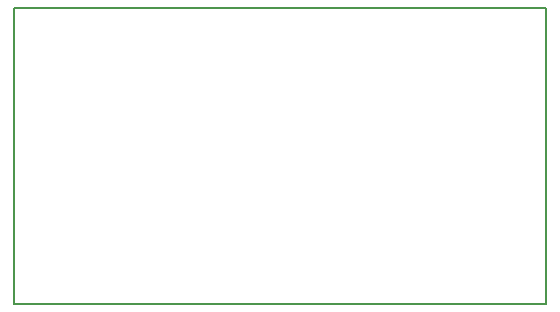
<source format=gm1>
G04 #@! TF.GenerationSoftware,KiCad,Pcbnew,7.0.10-7.0.10~ubuntu20.04.1*
G04 #@! TF.CreationDate,2024-06-05T19:28:44-03:00*
G04 #@! TF.ProjectId,Condicionamento_compacto_V01a,436f6e64-6963-4696-9f6e-616d656e746f,rev?*
G04 #@! TF.SameCoordinates,Original*
G04 #@! TF.FileFunction,Profile,NP*
%FSLAX46Y46*%
G04 Gerber Fmt 4.6, Leading zero omitted, Abs format (unit mm)*
G04 Created by KiCad (PCBNEW 7.0.10-7.0.10~ubuntu20.04.1) date 2024-06-05 19:28:44*
%MOMM*%
%LPD*%
G01*
G04 APERTURE LIST*
G04 #@! TA.AperFunction,Profile*
%ADD10C,0.150000*%
G04 #@! TD*
G04 APERTURE END LIST*
D10*
X122100000Y-85100000D02*
X167100000Y-85100000D01*
X167100000Y-85100000D02*
X167100000Y-110100000D01*
X122100000Y-110100000D02*
X167100000Y-110100000D01*
X122100000Y-85100000D02*
X122100000Y-110100000D01*
M02*

</source>
